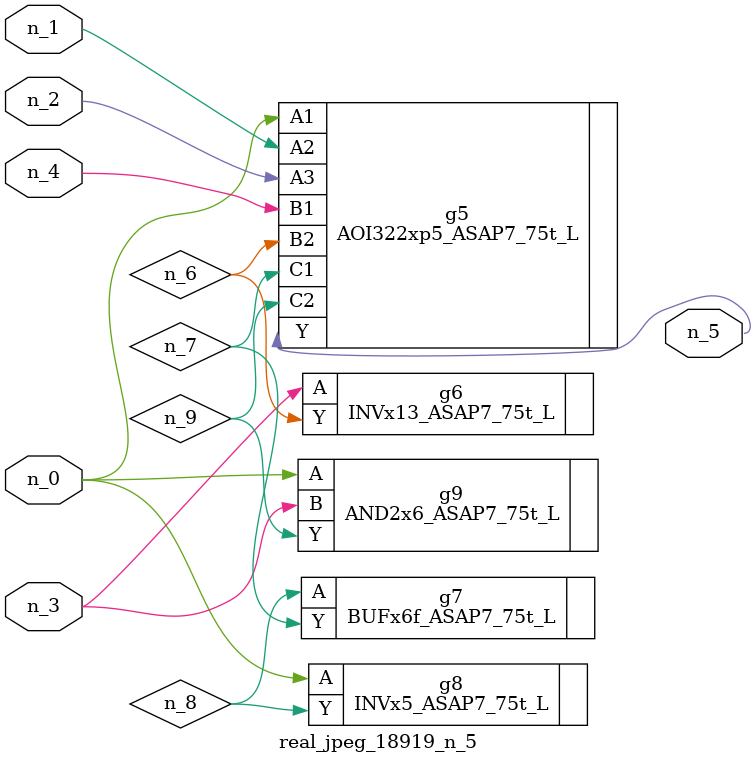
<source format=v>
module real_jpeg_18919_n_5 (n_4, n_0, n_1, n_2, n_3, n_5);

input n_4;
input n_0;
input n_1;
input n_2;
input n_3;

output n_5;

wire n_8;
wire n_6;
wire n_7;
wire n_9;

AOI322xp5_ASAP7_75t_L g5 ( 
.A1(n_0),
.A2(n_1),
.A3(n_2),
.B1(n_4),
.B2(n_6),
.C1(n_7),
.C2(n_9),
.Y(n_5)
);

INVx5_ASAP7_75t_L g8 ( 
.A(n_0),
.Y(n_8)
);

AND2x6_ASAP7_75t_L g9 ( 
.A(n_0),
.B(n_3),
.Y(n_9)
);

INVx13_ASAP7_75t_L g6 ( 
.A(n_3),
.Y(n_6)
);

BUFx6f_ASAP7_75t_L g7 ( 
.A(n_8),
.Y(n_7)
);


endmodule
</source>
